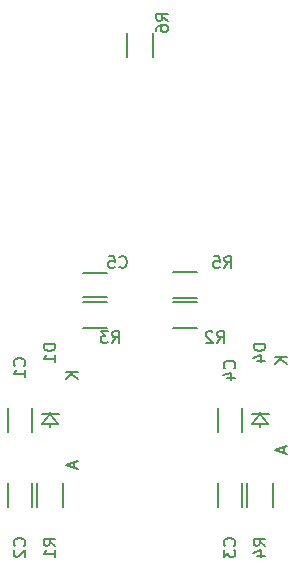
<source format=gbo>
G04 #@! TF.FileFunction,Legend,Bot*
%FSLAX46Y46*%
G04 Gerber Fmt 4.6, Leading zero omitted, Abs format (unit mm)*
G04 Created by KiCad (PCBNEW 4.0.5+dfsg1-4) date Sat Apr 22 21:18:52 2017*
%MOMM*%
%LPD*%
G01*
G04 APERTURE LIST*
%ADD10C,0.100000*%
%ADD11C,0.150000*%
G04 APERTURE END LIST*
D10*
D11*
X172990000Y-112005000D02*
X174990000Y-112005000D01*
X174990000Y-114055000D02*
X172990000Y-114055000D01*
X168665000Y-123460000D02*
X168665000Y-125460000D01*
X166615000Y-125460000D02*
X166615000Y-123460000D01*
X166615000Y-131810000D02*
X166615000Y-129810000D01*
X168665000Y-129810000D02*
X168665000Y-131810000D01*
X171255000Y-131810000D02*
X171255000Y-129810000D01*
X169105000Y-129810000D02*
X169105000Y-131810000D01*
X172990000Y-116645000D02*
X174990000Y-116645000D01*
X174990000Y-114495000D02*
X172990000Y-114495000D01*
X170180000Y-123960420D02*
X170180000Y-123810560D01*
X170180000Y-124808780D02*
X170180000Y-125009440D01*
X170180000Y-123960420D02*
X170929300Y-123960420D01*
X170180000Y-123960420D02*
X169478960Y-123960420D01*
X170180000Y-123960420D02*
X169478960Y-124808780D01*
X169478960Y-124808780D02*
X170881040Y-124808780D01*
X170881040Y-124808780D02*
X170180000Y-123960420D01*
X187960000Y-123960420D02*
X187960000Y-123810560D01*
X187960000Y-124808780D02*
X187960000Y-125009440D01*
X187960000Y-123960420D02*
X188709300Y-123960420D01*
X187960000Y-123960420D02*
X187258960Y-123960420D01*
X187960000Y-123960420D02*
X187258960Y-124808780D01*
X187258960Y-124808780D02*
X188661040Y-124808780D01*
X188661040Y-124808780D02*
X187960000Y-123960420D01*
X184395000Y-131810000D02*
X184395000Y-129810000D01*
X186445000Y-129810000D02*
X186445000Y-131810000D01*
X186445000Y-123460000D02*
X186445000Y-125460000D01*
X184395000Y-125460000D02*
X184395000Y-123460000D01*
X189035000Y-131810000D02*
X189035000Y-129810000D01*
X186885000Y-129810000D02*
X186885000Y-131810000D01*
X180610000Y-114105000D02*
X182610000Y-114105000D01*
X182610000Y-111955000D02*
X180610000Y-111955000D01*
X182610000Y-114495000D02*
X180610000Y-114495000D01*
X180610000Y-116645000D02*
X182610000Y-116645000D01*
X178875000Y-93710000D02*
X178875000Y-91710000D01*
X176725000Y-91710000D02*
X176725000Y-93710000D01*
X176061666Y-111482143D02*
X176109285Y-111529762D01*
X176252142Y-111577381D01*
X176347380Y-111577381D01*
X176490238Y-111529762D01*
X176585476Y-111434524D01*
X176633095Y-111339286D01*
X176680714Y-111148810D01*
X176680714Y-111005952D01*
X176633095Y-110815476D01*
X176585476Y-110720238D01*
X176490238Y-110625000D01*
X176347380Y-110577381D01*
X176252142Y-110577381D01*
X176109285Y-110625000D01*
X176061666Y-110672619D01*
X175156904Y-110577381D02*
X175633095Y-110577381D01*
X175680714Y-111053571D01*
X175633095Y-111005952D01*
X175537857Y-110958333D01*
X175299761Y-110958333D01*
X175204523Y-111005952D01*
X175156904Y-111053571D01*
X175109285Y-111148810D01*
X175109285Y-111386905D01*
X175156904Y-111482143D01*
X175204523Y-111529762D01*
X175299761Y-111577381D01*
X175537857Y-111577381D01*
X175633095Y-111529762D01*
X175680714Y-111482143D01*
X167997143Y-119848334D02*
X168044762Y-119800715D01*
X168092381Y-119657858D01*
X168092381Y-119562620D01*
X168044762Y-119419762D01*
X167949524Y-119324524D01*
X167854286Y-119276905D01*
X167663810Y-119229286D01*
X167520952Y-119229286D01*
X167330476Y-119276905D01*
X167235238Y-119324524D01*
X167140000Y-119419762D01*
X167092381Y-119562620D01*
X167092381Y-119657858D01*
X167140000Y-119800715D01*
X167187619Y-119848334D01*
X168092381Y-120800715D02*
X168092381Y-120229286D01*
X168092381Y-120515000D02*
X167092381Y-120515000D01*
X167235238Y-120419762D01*
X167330476Y-120324524D01*
X167378095Y-120229286D01*
X167997143Y-135088334D02*
X168044762Y-135040715D01*
X168092381Y-134897858D01*
X168092381Y-134802620D01*
X168044762Y-134659762D01*
X167949524Y-134564524D01*
X167854286Y-134516905D01*
X167663810Y-134469286D01*
X167520952Y-134469286D01*
X167330476Y-134516905D01*
X167235238Y-134564524D01*
X167140000Y-134659762D01*
X167092381Y-134802620D01*
X167092381Y-134897858D01*
X167140000Y-135040715D01*
X167187619Y-135088334D01*
X167187619Y-135469286D02*
X167140000Y-135516905D01*
X167092381Y-135612143D01*
X167092381Y-135850239D01*
X167140000Y-135945477D01*
X167187619Y-135993096D01*
X167282857Y-136040715D01*
X167378095Y-136040715D01*
X167520952Y-135993096D01*
X168092381Y-135421667D01*
X168092381Y-136040715D01*
X170632381Y-135088334D02*
X170156190Y-134755000D01*
X170632381Y-134516905D02*
X169632381Y-134516905D01*
X169632381Y-134897858D01*
X169680000Y-134993096D01*
X169727619Y-135040715D01*
X169822857Y-135088334D01*
X169965714Y-135088334D01*
X170060952Y-135040715D01*
X170108571Y-134993096D01*
X170156190Y-134897858D01*
X170156190Y-134516905D01*
X170632381Y-136040715D02*
X170632381Y-135469286D01*
X170632381Y-135755000D02*
X169632381Y-135755000D01*
X169775238Y-135659762D01*
X169870476Y-135564524D01*
X169918095Y-135469286D01*
X175426666Y-117927381D02*
X175760000Y-117451190D01*
X175998095Y-117927381D02*
X175998095Y-116927381D01*
X175617142Y-116927381D01*
X175521904Y-116975000D01*
X175474285Y-117022619D01*
X175426666Y-117117857D01*
X175426666Y-117260714D01*
X175474285Y-117355952D01*
X175521904Y-117403571D01*
X175617142Y-117451190D01*
X175998095Y-117451190D01*
X175093333Y-116927381D02*
X174474285Y-116927381D01*
X174807619Y-117308333D01*
X174664761Y-117308333D01*
X174569523Y-117355952D01*
X174521904Y-117403571D01*
X174474285Y-117498810D01*
X174474285Y-117736905D01*
X174521904Y-117832143D01*
X174569523Y-117879762D01*
X174664761Y-117927381D01*
X174950476Y-117927381D01*
X175045714Y-117879762D01*
X175093333Y-117832143D01*
X170632381Y-118006905D02*
X169632381Y-118006905D01*
X169632381Y-118245000D01*
X169680000Y-118387858D01*
X169775238Y-118483096D01*
X169870476Y-118530715D01*
X170060952Y-118578334D01*
X170203810Y-118578334D01*
X170394286Y-118530715D01*
X170489524Y-118483096D01*
X170584762Y-118387858D01*
X170632381Y-118245000D01*
X170632381Y-118006905D01*
X170632381Y-119530715D02*
X170632381Y-118959286D01*
X170632381Y-119245000D02*
X169632381Y-119245000D01*
X169775238Y-119149762D01*
X169870476Y-119054524D01*
X169918095Y-118959286D01*
X172537381Y-120388095D02*
X171537381Y-120388095D01*
X172537381Y-120959524D02*
X171965952Y-120530952D01*
X171537381Y-120959524D02*
X172108810Y-120388095D01*
X172251667Y-128031905D02*
X172251667Y-128508096D01*
X172537381Y-127936667D02*
X171537381Y-128270000D01*
X172537381Y-128603334D01*
X188412381Y-118006905D02*
X187412381Y-118006905D01*
X187412381Y-118245000D01*
X187460000Y-118387858D01*
X187555238Y-118483096D01*
X187650476Y-118530715D01*
X187840952Y-118578334D01*
X187983810Y-118578334D01*
X188174286Y-118530715D01*
X188269524Y-118483096D01*
X188364762Y-118387858D01*
X188412381Y-118245000D01*
X188412381Y-118006905D01*
X187745714Y-119435477D02*
X188412381Y-119435477D01*
X187364762Y-119197381D02*
X188079048Y-118959286D01*
X188079048Y-119578334D01*
X190262381Y-119118095D02*
X189262381Y-119118095D01*
X190262381Y-119689524D02*
X189690952Y-119260952D01*
X189262381Y-119689524D02*
X189833810Y-119118095D01*
X189976667Y-126761905D02*
X189976667Y-127238096D01*
X190262381Y-126666667D02*
X189262381Y-127000000D01*
X190262381Y-127333334D01*
X185777143Y-135088334D02*
X185824762Y-135040715D01*
X185872381Y-134897858D01*
X185872381Y-134802620D01*
X185824762Y-134659762D01*
X185729524Y-134564524D01*
X185634286Y-134516905D01*
X185443810Y-134469286D01*
X185300952Y-134469286D01*
X185110476Y-134516905D01*
X185015238Y-134564524D01*
X184920000Y-134659762D01*
X184872381Y-134802620D01*
X184872381Y-134897858D01*
X184920000Y-135040715D01*
X184967619Y-135088334D01*
X184872381Y-135421667D02*
X184872381Y-136040715D01*
X185253333Y-135707381D01*
X185253333Y-135850239D01*
X185300952Y-135945477D01*
X185348571Y-135993096D01*
X185443810Y-136040715D01*
X185681905Y-136040715D01*
X185777143Y-135993096D01*
X185824762Y-135945477D01*
X185872381Y-135850239D01*
X185872381Y-135564524D01*
X185824762Y-135469286D01*
X185777143Y-135421667D01*
X185777143Y-120059134D02*
X185824762Y-120011515D01*
X185872381Y-119868658D01*
X185872381Y-119773420D01*
X185824762Y-119630562D01*
X185729524Y-119535324D01*
X185634286Y-119487705D01*
X185443810Y-119440086D01*
X185300952Y-119440086D01*
X185110476Y-119487705D01*
X185015238Y-119535324D01*
X184920000Y-119630562D01*
X184872381Y-119773420D01*
X184872381Y-119868658D01*
X184920000Y-120011515D01*
X184967619Y-120059134D01*
X185205714Y-120916277D02*
X185872381Y-120916277D01*
X184824762Y-120678181D02*
X185539048Y-120440086D01*
X185539048Y-121059134D01*
X188412381Y-135088334D02*
X187936190Y-134755000D01*
X188412381Y-134516905D02*
X187412381Y-134516905D01*
X187412381Y-134897858D01*
X187460000Y-134993096D01*
X187507619Y-135040715D01*
X187602857Y-135088334D01*
X187745714Y-135088334D01*
X187840952Y-135040715D01*
X187888571Y-134993096D01*
X187936190Y-134897858D01*
X187936190Y-134516905D01*
X187745714Y-135945477D02*
X188412381Y-135945477D01*
X187364762Y-135707381D02*
X188079048Y-135469286D01*
X188079048Y-136088334D01*
X184951666Y-111577381D02*
X185285000Y-111101190D01*
X185523095Y-111577381D02*
X185523095Y-110577381D01*
X185142142Y-110577381D01*
X185046904Y-110625000D01*
X184999285Y-110672619D01*
X184951666Y-110767857D01*
X184951666Y-110910714D01*
X184999285Y-111005952D01*
X185046904Y-111053571D01*
X185142142Y-111101190D01*
X185523095Y-111101190D01*
X184046904Y-110577381D02*
X184523095Y-110577381D01*
X184570714Y-111053571D01*
X184523095Y-111005952D01*
X184427857Y-110958333D01*
X184189761Y-110958333D01*
X184094523Y-111005952D01*
X184046904Y-111053571D01*
X183999285Y-111148810D01*
X183999285Y-111386905D01*
X184046904Y-111482143D01*
X184094523Y-111529762D01*
X184189761Y-111577381D01*
X184427857Y-111577381D01*
X184523095Y-111529762D01*
X184570714Y-111482143D01*
X184316666Y-117927381D02*
X184650000Y-117451190D01*
X184888095Y-117927381D02*
X184888095Y-116927381D01*
X184507142Y-116927381D01*
X184411904Y-116975000D01*
X184364285Y-117022619D01*
X184316666Y-117117857D01*
X184316666Y-117260714D01*
X184364285Y-117355952D01*
X184411904Y-117403571D01*
X184507142Y-117451190D01*
X184888095Y-117451190D01*
X183935714Y-117022619D02*
X183888095Y-116975000D01*
X183792857Y-116927381D01*
X183554761Y-116927381D01*
X183459523Y-116975000D01*
X183411904Y-117022619D01*
X183364285Y-117117857D01*
X183364285Y-117213095D01*
X183411904Y-117355952D01*
X183983333Y-117927381D01*
X183364285Y-117927381D01*
X180157381Y-90638334D02*
X179681190Y-90305000D01*
X180157381Y-90066905D02*
X179157381Y-90066905D01*
X179157381Y-90447858D01*
X179205000Y-90543096D01*
X179252619Y-90590715D01*
X179347857Y-90638334D01*
X179490714Y-90638334D01*
X179585952Y-90590715D01*
X179633571Y-90543096D01*
X179681190Y-90447858D01*
X179681190Y-90066905D01*
X179157381Y-91495477D02*
X179157381Y-91305000D01*
X179205000Y-91209762D01*
X179252619Y-91162143D01*
X179395476Y-91066905D01*
X179585952Y-91019286D01*
X179966905Y-91019286D01*
X180062143Y-91066905D01*
X180109762Y-91114524D01*
X180157381Y-91209762D01*
X180157381Y-91400239D01*
X180109762Y-91495477D01*
X180062143Y-91543096D01*
X179966905Y-91590715D01*
X179728810Y-91590715D01*
X179633571Y-91543096D01*
X179585952Y-91495477D01*
X179538333Y-91400239D01*
X179538333Y-91209762D01*
X179585952Y-91114524D01*
X179633571Y-91066905D01*
X179728810Y-91019286D01*
M02*

</source>
